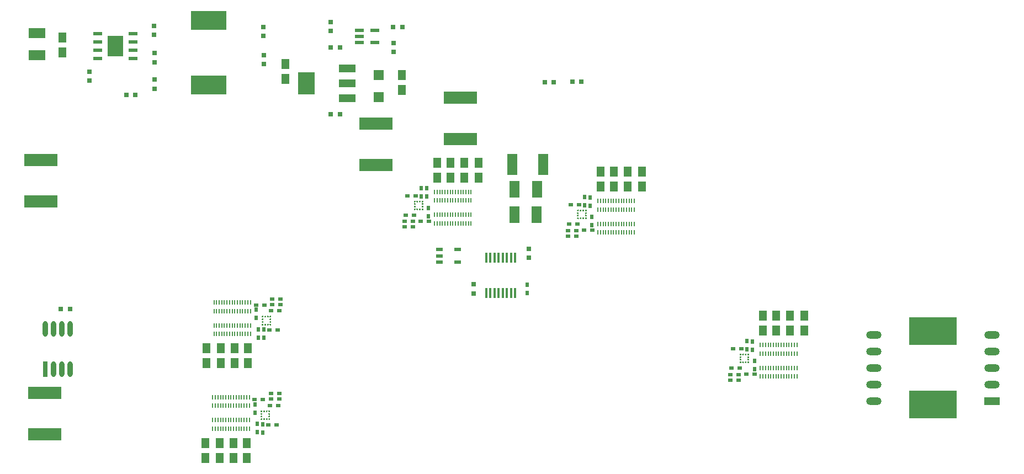
<source format=gtp>
G04 Layer_Color=8421504*
%FSLAX25Y25*%
%MOIN*%
G70*
G01*
G75*
%ADD10R,0.03000X0.03000*%
%ADD11R,0.03000X0.03000*%
%ADD12O,0.09252X0.04724*%
%ADD13R,0.09252X0.04724*%
%ADD14R,0.28504X0.16732*%
%ADD15R,0.02500X0.02000*%
%ADD16R,0.05000X0.06000*%
%ADD19R,0.02000X0.02500*%
%ADD21R,0.10000X0.06000*%
%ADD22R,0.06000X0.10000*%
%ADD23O,0.01614X0.06299*%
%ADD24R,0.01614X0.06299*%
%ADD25R,0.05800X0.02200*%
%ADD26R,0.03937X0.02362*%
%ADD27R,0.09842X0.13780*%
%ADD28R,0.09842X0.05118*%
%ADD30R,0.05709X0.02362*%
%ADD31R,0.21260X0.11417*%
%ADD32R,0.06000X0.06000*%
%ADD33R,0.20000X0.07500*%
%ADD34R,0.03150X0.09449*%
%ADD35O,0.03150X0.09449*%
%ADD36O,0.03150X0.09449*%
%ADD37R,0.06000X0.12500*%
%ADD84C,0.00197*%
G04:AMPARAMS|DCode=85|XSize=7.72mil|YSize=28.35mil|CornerRadius=1.2mil|HoleSize=0mil|Usage=FLASHONLY|Rotation=0.000|XOffset=0mil|YOffset=0mil|HoleType=Round|Shape=RoundedRectangle|*
%AMROUNDEDRECTD85*
21,1,0.00772,0.02594,0,0,0.0*
21,1,0.00532,0.02835,0,0,0.0*
1,1,0.00240,0.00266,-0.01297*
1,1,0.00240,-0.00266,-0.01297*
1,1,0.00240,-0.00266,0.01297*
1,1,0.00240,0.00266,0.01297*
%
%ADD85ROUNDEDRECTD85*%
G04:AMPARAMS|DCode=86|XSize=7.72mil|YSize=28.4mil|CornerRadius=1.2mil|HoleSize=0mil|Usage=FLASHONLY|Rotation=0.000|XOffset=0mil|YOffset=0mil|HoleType=Round|Shape=RoundedRectangle|*
%AMROUNDEDRECTD86*
21,1,0.00772,0.02600,0,0,0.0*
21,1,0.00532,0.02840,0,0,0.0*
1,1,0.00240,0.00266,-0.01300*
1,1,0.00240,-0.00266,-0.01300*
1,1,0.00240,-0.00266,0.01300*
1,1,0.00240,0.00266,0.01300*
%
%ADD86ROUNDEDRECTD86*%
%ADD87C,0.00100*%
G36*
X464333Y70383D02*
X464530D01*
Y69792D01*
X464333D01*
Y69792D01*
Y69595D01*
X463742D01*
Y69792D01*
X463742D01*
Y69792D01*
X463546D01*
Y70383D01*
X463742D01*
Y70579D01*
X464333D01*
Y70383D01*
D02*
G37*
G36*
X467483Y71957D02*
X467680D01*
Y71367D01*
X467483D01*
Y71367D01*
Y71170D01*
X466892D01*
Y71367D01*
X466892D01*
Y71367D01*
X466695D01*
Y71957D01*
X466892D01*
Y72154D01*
X467483D01*
Y71957D01*
D02*
G37*
G36*
X469057D02*
X469254D01*
Y71367D01*
X469057D01*
Y71367D01*
Y71170D01*
X468467D01*
Y71367D01*
X468467D01*
Y71367D01*
X468270D01*
Y71957D01*
X468467D01*
Y72154D01*
X469057D01*
Y71957D01*
D02*
G37*
G36*
Y70383D02*
X469254D01*
Y69792D01*
X469057D01*
Y69792D01*
Y69595D01*
X468467D01*
Y69792D01*
X468467D01*
Y69792D01*
X468270D01*
Y70383D01*
X468467D01*
Y70579D01*
X469057D01*
Y70383D01*
D02*
G37*
G36*
X465908Y67233D02*
X466105D01*
Y66642D01*
X465908D01*
Y66642D01*
Y66446D01*
X465317D01*
Y66642D01*
X465317D01*
Y66642D01*
X465120D01*
Y67233D01*
X465317D01*
Y67430D01*
X465908D01*
Y67233D01*
D02*
G37*
G36*
X469057Y68808D02*
X469254D01*
Y68217D01*
X469057D01*
Y68217D01*
Y68020D01*
X468467D01*
Y68217D01*
X468467D01*
Y68217D01*
X468270D01*
Y68808D01*
X468467D01*
Y69005D01*
X469057D01*
Y68808D01*
D02*
G37*
G36*
X464333Y68808D02*
X464530D01*
Y68217D01*
X464333D01*
Y68217D01*
Y68020D01*
X463742D01*
Y68217D01*
X463742D01*
Y68217D01*
X463546D01*
Y68808D01*
X463742D01*
Y69005D01*
X464333D01*
Y68808D01*
D02*
G37*
G36*
Y71957D02*
X464530D01*
Y71367D01*
X464333D01*
Y71367D01*
Y71170D01*
X463742D01*
Y71367D01*
X463742D01*
Y71367D01*
X463546D01*
Y71957D01*
X463742D01*
Y72154D01*
X464333D01*
Y71957D01*
D02*
G37*
G36*
X177400Y90058D02*
X177400D01*
Y90058D01*
X177597D01*
Y89467D01*
X177400D01*
Y89271D01*
X176810D01*
Y89467D01*
X176613D01*
Y90058D01*
X176810D01*
Y90255D01*
X177400D01*
Y90058D01*
D02*
G37*
G36*
X180550Y91633D02*
X180550D01*
Y91633D01*
X180747D01*
Y91042D01*
X180550D01*
Y90845D01*
X179959D01*
Y91042D01*
X179762D01*
Y91633D01*
X179959D01*
Y91830D01*
X180550D01*
Y91633D01*
D02*
G37*
G36*
X175825Y91633D02*
X175825D01*
Y91633D01*
X176022D01*
Y91042D01*
X175825D01*
Y90845D01*
X175235D01*
Y91042D01*
X175038D01*
Y91633D01*
X175235D01*
Y91830D01*
X175825D01*
Y91633D01*
D02*
G37*
G36*
Y90058D02*
X175825D01*
Y90058D01*
X176022D01*
Y89467D01*
X175825D01*
Y89271D01*
X175235D01*
Y89467D01*
X175038D01*
Y90058D01*
X175235D01*
Y90255D01*
X175825D01*
Y90058D01*
D02*
G37*
G36*
X465908Y71957D02*
X466105D01*
Y71367D01*
X465908D01*
Y71367D01*
Y71170D01*
X465317D01*
Y71367D01*
X465317D01*
Y71367D01*
X465120D01*
Y71957D01*
X465317D01*
Y72154D01*
X465908D01*
Y71957D01*
D02*
G37*
G36*
X178975Y90058D02*
X178975D01*
Y90058D01*
X179172D01*
Y89467D01*
X178975D01*
Y89271D01*
X178384D01*
Y89467D01*
X178188D01*
Y90058D01*
X178384D01*
Y90255D01*
X178975D01*
Y90058D01*
D02*
G37*
G36*
X180550D02*
X180550D01*
Y90058D01*
X180747D01*
Y89467D01*
X180550D01*
Y89271D01*
X179959D01*
Y89467D01*
X179762D01*
Y90058D01*
X179959D01*
Y90255D01*
X180550D01*
Y90058D01*
D02*
G37*
G36*
X179850Y34508D02*
X179850D01*
Y34508D01*
X180047D01*
Y33917D01*
X179850D01*
Y33720D01*
X179259D01*
Y33917D01*
X179062D01*
Y34508D01*
X179259D01*
Y34705D01*
X179850D01*
Y34508D01*
D02*
G37*
G36*
X175125Y34508D02*
X175125D01*
Y34508D01*
X175322D01*
Y33917D01*
X175125D01*
Y33720D01*
X174535D01*
Y33917D01*
X174338D01*
Y34508D01*
X174535D01*
Y34705D01*
X175125D01*
Y34508D01*
D02*
G37*
G36*
X179850Y36083D02*
X179850D01*
Y36083D01*
X180047D01*
Y35492D01*
X179850D01*
Y35295D01*
X179259D01*
Y35492D01*
X179062D01*
Y36083D01*
X179259D01*
Y36279D01*
X179850D01*
Y36083D01*
D02*
G37*
G36*
X176700Y32933D02*
X176700D01*
Y32933D01*
X176897D01*
Y32342D01*
X176700D01*
Y32146D01*
X176110D01*
Y32342D01*
X175913D01*
Y32933D01*
X176110D01*
Y33130D01*
X176700D01*
Y32933D01*
D02*
G37*
G36*
X178275Y32933D02*
X178275D01*
Y32933D01*
X178472D01*
Y32342D01*
X178275D01*
Y32146D01*
X177684D01*
Y32342D01*
X177488D01*
Y32933D01*
X177684D01*
Y33130D01*
X178275D01*
Y32933D01*
D02*
G37*
G36*
X179850D02*
X179850D01*
Y32933D01*
X180047D01*
Y32342D01*
X179850D01*
Y32146D01*
X179259D01*
Y32342D01*
X179062D01*
Y32933D01*
X179259D01*
Y33130D01*
X179850D01*
Y32933D01*
D02*
G37*
G36*
X175125Y32933D02*
X175125D01*
Y32933D01*
X175322D01*
Y32342D01*
X175125D01*
Y32146D01*
X174535D01*
Y32342D01*
X174338D01*
Y32933D01*
X174535D01*
Y33130D01*
X175125D01*
Y32933D01*
D02*
G37*
G36*
Y36083D02*
X175125D01*
Y36083D01*
X175322D01*
Y35492D01*
X175125D01*
Y35295D01*
X174535D01*
Y35492D01*
X174338D01*
Y36083D01*
X174535D01*
Y36280D01*
X175125D01*
Y36083D01*
D02*
G37*
G36*
X467483Y67233D02*
X467680D01*
Y66642D01*
X467483D01*
Y66642D01*
Y66446D01*
X466892D01*
Y66642D01*
X466892D01*
Y66642D01*
X466695D01*
Y67233D01*
X466892D01*
Y67430D01*
X467483D01*
Y67233D01*
D02*
G37*
G36*
X469057D02*
X469254D01*
Y66642D01*
X469057D01*
Y66642D01*
Y66446D01*
X468467D01*
Y66642D01*
X468467D01*
Y66642D01*
X468270D01*
Y67233D01*
X468467D01*
Y67430D01*
X469057D01*
Y67233D01*
D02*
G37*
G36*
X464333Y67233D02*
X464530D01*
Y66642D01*
X464333D01*
Y66642D01*
Y66446D01*
X463742D01*
Y66642D01*
X463742D01*
Y66642D01*
X463546D01*
Y67233D01*
X463742D01*
Y67430D01*
X464333D01*
Y67233D01*
D02*
G37*
G36*
X176700Y37657D02*
X176700D01*
Y37657D01*
X176897D01*
Y37067D01*
X176700D01*
Y36870D01*
X176110D01*
Y37067D01*
X175913D01*
Y37657D01*
X176110D01*
Y37854D01*
X176700D01*
Y37657D01*
D02*
G37*
G36*
X178275Y37657D02*
X178275D01*
Y37657D01*
X178472D01*
Y37067D01*
X178275D01*
Y36870D01*
X177684D01*
Y37067D01*
X177488D01*
Y37657D01*
X177684D01*
Y37854D01*
X178275D01*
Y37657D01*
D02*
G37*
G36*
X179850D02*
X179850D01*
Y37657D01*
X180047D01*
Y37067D01*
X179850D01*
Y36870D01*
X179259D01*
Y37067D01*
X179062D01*
Y37657D01*
X179259D01*
Y37854D01*
X179850D01*
Y37657D01*
D02*
G37*
G36*
X175125Y37657D02*
X175125D01*
Y37657D01*
X175322D01*
Y37067D01*
X175125D01*
Y36870D01*
X174535D01*
Y37067D01*
X174338D01*
Y37657D01*
X174535D01*
Y37854D01*
X175125D01*
Y37657D01*
D02*
G37*
G36*
X180550Y93208D02*
X180550D01*
Y93208D01*
X180747D01*
Y92617D01*
X180550D01*
Y92420D01*
X179959D01*
Y92617D01*
X179762D01*
Y93208D01*
X179959D01*
Y93404D01*
X180550D01*
Y93208D01*
D02*
G37*
G36*
X267633Y159683D02*
X267830D01*
Y159092D01*
X267633D01*
Y159092D01*
Y158896D01*
X267042D01*
Y159092D01*
X267042D01*
Y159092D01*
X266846D01*
Y159683D01*
X267042D01*
Y159880D01*
X267633D01*
Y159683D01*
D02*
G37*
G36*
X269208D02*
X269405D01*
Y159092D01*
X269208D01*
Y159092D01*
Y158896D01*
X268617D01*
Y159092D01*
X268617D01*
Y159092D01*
X268420D01*
Y159683D01*
X268617D01*
Y159880D01*
X269208D01*
Y159683D01*
D02*
G37*
G36*
X272358Y161258D02*
X272554D01*
Y160667D01*
X272358D01*
Y160667D01*
Y160470D01*
X271767D01*
Y160667D01*
X271767D01*
Y160667D01*
X271570D01*
Y161258D01*
X271767D01*
Y161455D01*
X272358D01*
Y161258D01*
D02*
G37*
G36*
Y159683D02*
X272554D01*
Y159092D01*
X272358D01*
Y159092D01*
Y158896D01*
X271767D01*
Y159092D01*
X271767D01*
Y159092D01*
X271570D01*
Y159683D01*
X271767D01*
Y159880D01*
X272358D01*
Y159683D01*
D02*
G37*
G36*
X366233Y158958D02*
X366430D01*
Y158367D01*
X366233D01*
Y158367D01*
Y158170D01*
X365642D01*
Y158367D01*
X365642D01*
Y158367D01*
X365446D01*
Y158958D01*
X365642D01*
Y159154D01*
X366233D01*
Y158958D01*
D02*
G37*
G36*
X367808D02*
X368005D01*
Y158367D01*
X367808D01*
Y158367D01*
Y158170D01*
X367217D01*
Y158367D01*
X367217D01*
Y158367D01*
X367020D01*
Y158958D01*
X367217D01*
Y159154D01*
X367808D01*
Y158958D01*
D02*
G37*
G36*
X270783Y159683D02*
X270979D01*
Y159092D01*
X270783D01*
Y159092D01*
Y158896D01*
X270192D01*
Y159092D01*
X270192D01*
Y159092D01*
X269995D01*
Y159683D01*
X270192D01*
Y159880D01*
X270783D01*
Y159683D01*
D02*
G37*
G36*
X267633Y161258D02*
X267830D01*
Y160667D01*
X267633D01*
Y160667D01*
Y160470D01*
X267042D01*
Y160667D01*
X267042D01*
Y160667D01*
X266846D01*
Y161258D01*
X267042D01*
Y161455D01*
X267633D01*
Y161258D01*
D02*
G37*
G36*
Y164408D02*
X267830D01*
Y163817D01*
X267633D01*
Y163817D01*
Y163620D01*
X267042D01*
Y163817D01*
X267042D01*
Y163817D01*
X266846D01*
Y164408D01*
X267042D01*
Y164604D01*
X267633D01*
Y164408D01*
D02*
G37*
G36*
X269208D02*
X269405D01*
Y163817D01*
X269208D01*
Y163817D01*
Y163620D01*
X268617D01*
Y163817D01*
X268617D01*
Y163817D01*
X268420D01*
Y164408D01*
X268617D01*
Y164604D01*
X269208D01*
Y164408D01*
D02*
G37*
G36*
X91186Y264140D02*
X91221Y264129D01*
X91254Y264111D01*
X91282Y264088D01*
X91306Y264059D01*
X91323Y264027D01*
X91334Y263991D01*
X91338Y263954D01*
Y252128D01*
X91334Y252091D01*
X91323Y252055D01*
X91306Y252023D01*
X91282Y251994D01*
X91254Y251970D01*
X91221Y251953D01*
X91186Y251942D01*
X91149Y251939D01*
X82078D01*
X82041Y251942D01*
X82006Y251953D01*
X81973Y251970D01*
X81944Y251994D01*
X81921Y252023D01*
X81903Y252055D01*
X81893Y252091D01*
X81889Y252128D01*
Y263954D01*
X81893Y263991D01*
X81903Y264027D01*
X81921Y264059D01*
X81944Y264088D01*
X81973Y264111D01*
X82006Y264129D01*
X82041Y264140D01*
X82078Y264143D01*
X91149D01*
X91186Y264140D01*
D02*
G37*
G36*
X272358Y164408D02*
X272554D01*
Y163817D01*
X272358D01*
Y163817D01*
Y163620D01*
X271767D01*
Y163817D01*
X271767D01*
Y163817D01*
X271570D01*
Y164408D01*
X271767D01*
Y164604D01*
X272358D01*
Y164408D01*
D02*
G37*
G36*
Y162833D02*
X272554D01*
Y162242D01*
X272358D01*
Y162242D01*
Y162045D01*
X271767D01*
Y162242D01*
X271767D01*
Y162242D01*
X271570D01*
Y162833D01*
X271767D01*
Y163030D01*
X272358D01*
Y162833D01*
D02*
G37*
G36*
X267633Y162833D02*
X267830D01*
Y162242D01*
X267633D01*
Y162242D01*
Y162045D01*
X267042D01*
Y162242D01*
X267042D01*
Y162242D01*
X266846D01*
Y162833D01*
X267042D01*
Y163030D01*
X267633D01*
Y162833D01*
D02*
G37*
G36*
X270783Y164408D02*
X270979D01*
Y163817D01*
X270783D01*
Y163817D01*
Y163620D01*
X270192D01*
Y163817D01*
X270192D01*
Y163817D01*
X269995D01*
Y164408D01*
X270192D01*
Y164604D01*
X270783D01*
Y164408D01*
D02*
G37*
G36*
X177400Y94782D02*
X177400D01*
Y94782D01*
X177597D01*
Y94192D01*
X177400D01*
Y93995D01*
X176810D01*
Y94192D01*
X176613D01*
Y94782D01*
X176810D01*
Y94979D01*
X177400D01*
Y94782D01*
D02*
G37*
G36*
X369383Y154233D02*
X369580D01*
Y153642D01*
X369383D01*
Y153642D01*
Y153446D01*
X368792D01*
Y153642D01*
X368792D01*
Y153642D01*
X368595D01*
Y154233D01*
X368792D01*
Y154430D01*
X369383D01*
Y154233D01*
D02*
G37*
G36*
X370957D02*
X371154D01*
Y153642D01*
X370957D01*
Y153642D01*
Y153446D01*
X370367D01*
Y153642D01*
X370367D01*
Y153642D01*
X370170D01*
Y154233D01*
X370367D01*
Y154430D01*
X370957D01*
Y154233D01*
D02*
G37*
G36*
X175825Y94782D02*
X175825D01*
Y94782D01*
X176022D01*
Y94192D01*
X175825D01*
Y93995D01*
X175235D01*
Y94192D01*
X175038D01*
Y94782D01*
X175235D01*
Y94979D01*
X175825D01*
Y94782D01*
D02*
G37*
G36*
Y93208D02*
X175825D01*
Y93208D01*
X176022D01*
Y92617D01*
X175825D01*
Y92420D01*
X175235D01*
Y92617D01*
X175038D01*
Y93208D01*
X175235D01*
Y93404D01*
X175825D01*
Y93208D01*
D02*
G37*
G36*
X178975Y94782D02*
X178975D01*
Y94782D01*
X179172D01*
Y94192D01*
X178975D01*
Y93995D01*
X178384D01*
Y94192D01*
X178188D01*
Y94782D01*
X178384D01*
Y94979D01*
X178975D01*
Y94782D01*
D02*
G37*
G36*
X180550D02*
X180550D01*
Y94782D01*
X180747D01*
Y94192D01*
X180550D01*
Y93995D01*
X179959D01*
Y94192D01*
X179762D01*
Y94782D01*
X179959D01*
Y94979D01*
X180550D01*
Y94782D01*
D02*
G37*
G36*
X366233Y154233D02*
X366430D01*
Y153642D01*
X366233D01*
Y153642D01*
Y153446D01*
X365642D01*
Y153642D01*
X365642D01*
Y153642D01*
X365446D01*
Y154233D01*
X365642D01*
Y154430D01*
X366233D01*
Y154233D01*
D02*
G37*
G36*
Y157383D02*
X366430D01*
Y156792D01*
X366233D01*
Y156792D01*
Y156595D01*
X365642D01*
Y156792D01*
X365642D01*
Y156792D01*
X365446D01*
Y157383D01*
X365642D01*
Y157580D01*
X366233D01*
Y157383D01*
D02*
G37*
G36*
X369383Y158958D02*
X369580D01*
Y158367D01*
X369383D01*
Y158367D01*
Y158170D01*
X368792D01*
Y158367D01*
X368792D01*
Y158367D01*
X368595D01*
Y158958D01*
X368792D01*
Y159154D01*
X369383D01*
Y158958D01*
D02*
G37*
G36*
X370957D02*
X371154D01*
Y158367D01*
X370957D01*
Y158367D01*
Y158170D01*
X370367D01*
Y158367D01*
X370367D01*
Y158367D01*
X370170D01*
Y158958D01*
X370367D01*
Y159154D01*
X370957D01*
Y158958D01*
D02*
G37*
G36*
Y157383D02*
X371154D01*
Y156792D01*
X370957D01*
Y156792D01*
Y156595D01*
X370367D01*
Y156792D01*
X370367D01*
Y156792D01*
X370170D01*
Y157383D01*
X370367D01*
Y157580D01*
X370957D01*
Y157383D01*
D02*
G37*
G36*
X367808Y154233D02*
X368005D01*
Y153642D01*
X367808D01*
Y153642D01*
Y153446D01*
X367217D01*
Y153642D01*
X367217D01*
Y153642D01*
X367020D01*
Y154233D01*
X367217D01*
Y154430D01*
X367808D01*
Y154233D01*
D02*
G37*
G36*
X370957Y155808D02*
X371154D01*
Y155217D01*
X370957D01*
Y155217D01*
Y155020D01*
X370367D01*
Y155217D01*
X370367D01*
Y155217D01*
X370170D01*
Y155808D01*
X370367D01*
Y156005D01*
X370957D01*
Y155808D01*
D02*
G37*
G36*
X366233Y155808D02*
X366430D01*
Y155217D01*
X366233D01*
Y155217D01*
Y155020D01*
X365642D01*
Y155217D01*
X365642D01*
Y155217D01*
X365446D01*
Y155808D01*
X365642D01*
Y156005D01*
X366233D01*
Y155808D01*
D02*
G37*
D10*
X336200Y130100D02*
D03*
Y135600D02*
D03*
X71048Y242600D02*
D03*
Y237100D02*
D03*
X216500Y272500D02*
D03*
Y267000D02*
D03*
X110148Y237700D02*
D03*
Y232200D02*
D03*
Y253700D02*
D03*
Y248200D02*
D03*
X176048Y264100D02*
D03*
Y269600D02*
D03*
X254500Y259900D02*
D03*
Y254400D02*
D03*
X176148Y247000D02*
D03*
Y252500D02*
D03*
X109848Y270200D02*
D03*
Y264700D02*
D03*
X302900Y108500D02*
D03*
Y114000D02*
D03*
D11*
X362600Y236400D02*
D03*
X368100D02*
D03*
X345900Y236300D02*
D03*
X351400D02*
D03*
X259900Y269500D02*
D03*
X254400D02*
D03*
X222200Y257100D02*
D03*
X216700D02*
D03*
X216800Y216900D02*
D03*
X222300D02*
D03*
X53800Y99200D02*
D03*
X59300D02*
D03*
X93200Y228400D02*
D03*
X98700D02*
D03*
D12*
X544799Y83600D02*
D03*
Y73600D02*
D03*
Y63600D02*
D03*
Y53600D02*
D03*
Y43600D02*
D03*
X616000Y83600D02*
D03*
Y73600D02*
D03*
Y63600D02*
D03*
Y53600D02*
D03*
D13*
Y43600D02*
D03*
D14*
X580400Y41474D02*
D03*
Y85726D02*
D03*
D15*
X365600Y150400D02*
D03*
X360600D02*
D03*
X361500Y162000D02*
D03*
X366500D02*
D03*
X359900Y146600D02*
D03*
X364900D02*
D03*
X360000Y143300D02*
D03*
X365000D02*
D03*
X374700Y146800D02*
D03*
X369700D02*
D03*
X463700Y63400D02*
D03*
X458700D02*
D03*
X180592Y98025D02*
D03*
X185592D02*
D03*
X179892Y40900D02*
D03*
X184892D02*
D03*
X267000Y155850D02*
D03*
X262000D02*
D03*
X459600Y75000D02*
D03*
X464600D02*
D03*
X184692Y86425D02*
D03*
X179692D02*
D03*
X183992Y29300D02*
D03*
X178992D02*
D03*
X262900Y167450D02*
D03*
X267900D02*
D03*
X463000Y59600D02*
D03*
X458000D02*
D03*
X186292Y101825D02*
D03*
X181292D02*
D03*
X180592Y44700D02*
D03*
X185592D02*
D03*
X266300Y152050D02*
D03*
X261300D02*
D03*
X463100Y56300D02*
D03*
X458100D02*
D03*
X186192Y105125D02*
D03*
X181192D02*
D03*
X180492Y48000D02*
D03*
X185492D02*
D03*
X266400Y148750D02*
D03*
X261400D02*
D03*
X467800Y59800D02*
D03*
X472800D02*
D03*
X171492Y101625D02*
D03*
X176492D02*
D03*
X175792Y44500D02*
D03*
X170792D02*
D03*
X271100Y152250D02*
D03*
X276100D02*
D03*
D16*
X404600Y173000D02*
D03*
Y182000D02*
D03*
X395900Y173000D02*
D03*
Y182000D02*
D03*
X387600Y173000D02*
D03*
Y182000D02*
D03*
X379500Y173000D02*
D03*
Y182000D02*
D03*
X502700Y86000D02*
D03*
Y95000D02*
D03*
X141592Y75425D02*
D03*
Y66425D02*
D03*
X140892Y18300D02*
D03*
Y9300D02*
D03*
X306000Y178450D02*
D03*
Y187450D02*
D03*
X494000Y86000D02*
D03*
Y95000D02*
D03*
X150292Y75425D02*
D03*
Y66425D02*
D03*
X149592Y18300D02*
D03*
Y9300D02*
D03*
X297300Y178450D02*
D03*
Y187450D02*
D03*
X485700Y86000D02*
D03*
Y95000D02*
D03*
X158592Y75425D02*
D03*
Y66425D02*
D03*
X157892Y18300D02*
D03*
Y9300D02*
D03*
X289000Y178450D02*
D03*
Y187450D02*
D03*
X477600Y86000D02*
D03*
Y95000D02*
D03*
X166692Y75425D02*
D03*
Y66425D02*
D03*
X165992Y18300D02*
D03*
Y9300D02*
D03*
X280900Y178450D02*
D03*
Y187450D02*
D03*
X54500Y263300D02*
D03*
Y254300D02*
D03*
X259700Y240600D02*
D03*
Y231600D02*
D03*
X189400Y247000D02*
D03*
Y238000D02*
D03*
D19*
X369900Y161700D02*
D03*
Y166700D02*
D03*
X373300Y166600D02*
D03*
Y161600D02*
D03*
X374400Y149700D02*
D03*
Y154700D02*
D03*
X468000Y74700D02*
D03*
Y79700D02*
D03*
X176292Y86725D02*
D03*
Y81725D02*
D03*
X175592Y29600D02*
D03*
Y24600D02*
D03*
X271300Y167150D02*
D03*
Y172150D02*
D03*
X471400Y74600D02*
D03*
Y79600D02*
D03*
X172892Y81825D02*
D03*
Y86825D02*
D03*
X172192Y29700D02*
D03*
Y24700D02*
D03*
X274700Y167050D02*
D03*
Y172050D02*
D03*
X472500Y67700D02*
D03*
Y62700D02*
D03*
X171792Y98725D02*
D03*
Y93725D02*
D03*
X171092Y36600D02*
D03*
Y41600D02*
D03*
X275800Y160150D02*
D03*
Y155150D02*
D03*
X335300Y108900D02*
D03*
Y113900D02*
D03*
D21*
X39200Y252400D02*
D03*
Y265900D02*
D03*
D22*
X327500Y156299D02*
D03*
X341000D02*
D03*
X341200Y171500D02*
D03*
X327700D02*
D03*
D23*
X310550Y108870D02*
D03*
X313050D02*
D03*
X315550D02*
D03*
X318050D02*
D03*
X320550D02*
D03*
X323050D02*
D03*
X325550D02*
D03*
X328050D02*
D03*
X310550Y130130D02*
D03*
X313050D02*
D03*
X315550D02*
D03*
X318050D02*
D03*
X320550D02*
D03*
X323050D02*
D03*
X325550D02*
D03*
D24*
X328050D02*
D03*
D25*
X243300Y267640D02*
D03*
Y260160D02*
D03*
X233900D02*
D03*
Y263900D02*
D03*
Y267640D02*
D03*
D26*
X282376Y134980D02*
D03*
Y131240D02*
D03*
Y127500D02*
D03*
X293400Y134980D02*
D03*
Y127500D02*
D03*
D27*
X201900Y235400D02*
D03*
D28*
X226703D02*
D03*
Y244400D02*
D03*
Y226400D02*
D03*
D30*
X97342Y265541D02*
D03*
Y260541D02*
D03*
Y255541D02*
D03*
Y250541D02*
D03*
X75885D02*
D03*
Y255541D02*
D03*
Y260541D02*
D03*
Y265541D02*
D03*
D31*
X142848Y273488D02*
D03*
Y234512D02*
D03*
D32*
X245800Y240500D02*
D03*
Y227000D02*
D03*
D33*
X41700Y189300D02*
D03*
Y164300D02*
D03*
X44000Y48500D02*
D03*
Y23500D02*
D03*
X294900Y201900D02*
D03*
Y226900D02*
D03*
X243900Y186100D02*
D03*
Y211100D02*
D03*
D34*
X44300Y62895D02*
D03*
D35*
X59300D02*
D03*
X54300D02*
D03*
X49300D02*
D03*
X54300Y87305D02*
D03*
X44300Y87305D02*
D03*
D36*
X59300D02*
D03*
X49300D02*
D03*
D37*
X344950Y186600D02*
D03*
X326450D02*
D03*
D84*
X370465Y156792D02*
G03*
X370465Y156792I-98J0D01*
G01*
X371056Y157383D02*
G03*
X371056Y157383I-98J0D01*
G01*
Y156792D02*
G03*
X371056Y156792I-98J0D01*
G01*
X370465Y157383D02*
G03*
X370465Y157383I-98J0D01*
G01*
Y155217D02*
G03*
X370465Y155217I-98J0D01*
G01*
X371056Y155808D02*
G03*
X371056Y155808I-98J0D01*
G01*
Y155217D02*
G03*
X371056Y155217I-98J0D01*
G01*
X370465Y155808D02*
G03*
X370465Y155808I-98J0D01*
G01*
Y153642D02*
G03*
X370465Y153642I-98J0D01*
G01*
X371056Y154233D02*
G03*
X371056Y154233I-98J0D01*
G01*
Y153642D02*
G03*
X371056Y153642I-98J0D01*
G01*
X370465Y154233D02*
G03*
X370465Y154233I-98J0D01*
G01*
X368891D02*
G03*
X368891Y154233I-98J0D01*
G01*
X369481Y153642D02*
G03*
X369481Y153642I-98J0D01*
G01*
Y154233D02*
G03*
X369481Y154233I-98J0D01*
G01*
X368891Y153642D02*
G03*
X368891Y153642I-98J0D01*
G01*
Y158367D02*
G03*
X368891Y158367I-98J0D01*
G01*
X369481Y158958D02*
G03*
X369481Y158958I-98J0D01*
G01*
Y158367D02*
G03*
X369481Y158367I-98J0D01*
G01*
X368891Y158958D02*
G03*
X368891Y158958I-98J0D01*
G01*
X370465D02*
G03*
X370465Y158958I-98J0D01*
G01*
X371056Y158367D02*
G03*
X371056Y158367I-98J0D01*
G01*
Y158958D02*
G03*
X371056Y158958I-98J0D01*
G01*
X370465Y158367D02*
G03*
X370465Y158367I-98J0D01*
G01*
X367316Y158367D02*
G03*
X367316Y158367I-98J0D01*
G01*
X367906Y158958D02*
G03*
X367906Y158958I-98J0D01*
G01*
Y158367D02*
G03*
X367906Y158367I-98J0D01*
G01*
X367316Y158958D02*
G03*
X367316Y158958I-98J0D01*
G01*
X365741D02*
G03*
X365741Y158958I-98J0D01*
G01*
X366332Y158367D02*
G03*
X366332Y158367I-98J0D01*
G01*
Y158958D02*
G03*
X366332Y158958I-98J0D01*
G01*
X365741Y158367D02*
G03*
X365741Y158367I-98J0D01*
G01*
Y153642D02*
G03*
X365741Y153642I-98J0D01*
G01*
X366332Y154233D02*
G03*
X366332Y154233I-98J0D01*
G01*
Y153642D02*
G03*
X366332Y153642I-98J0D01*
G01*
X365741Y154233D02*
G03*
X365741Y154233I-98J0D01*
G01*
X367316D02*
G03*
X367316Y154233I-98J0D01*
G01*
X367906Y153642D02*
G03*
X367906Y153642I-98J0D01*
G01*
Y154233D02*
G03*
X367906Y154233I-98J0D01*
G01*
X367316Y153642D02*
G03*
X367316Y153642I-98J0D01*
G01*
X365741Y155217D02*
G03*
X365741Y155217I-98J0D01*
G01*
X366332Y155808D02*
G03*
X366332Y155808I-98J0D01*
G01*
Y155217D02*
G03*
X366332Y155217I-98J0D01*
G01*
X365741Y155808D02*
G03*
X365741Y155808I-98J0D01*
G01*
Y156792D02*
G03*
X365741Y156792I-98J0D01*
G01*
X366332Y157383D02*
G03*
X366332Y157383I-98J0D01*
G01*
Y156792D02*
G03*
X366332Y156792I-98J0D01*
G01*
X365741Y157383D02*
G03*
X365741Y157383I-98J0D01*
G01*
X468565Y69792D02*
G03*
X468565Y69792I-98J0D01*
G01*
X469156Y70383D02*
G03*
X469156Y70383I-98J0D01*
G01*
Y69792D02*
G03*
X469156Y69792I-98J0D01*
G01*
X468565Y70383D02*
G03*
X468565Y70383I-98J0D01*
G01*
Y68217D02*
G03*
X468565Y68217I-98J0D01*
G01*
X469156Y68808D02*
G03*
X469156Y68808I-98J0D01*
G01*
Y68217D02*
G03*
X469156Y68217I-98J0D01*
G01*
X468565Y68808D02*
G03*
X468565Y68808I-98J0D01*
G01*
Y66642D02*
G03*
X468565Y66642I-98J0D01*
G01*
X469156Y67233D02*
G03*
X469156Y67233I-98J0D01*
G01*
Y66642D02*
G03*
X469156Y66642I-98J0D01*
G01*
X468565Y67233D02*
G03*
X468565Y67233I-98J0D01*
G01*
X466991D02*
G03*
X466991Y67233I-98J0D01*
G01*
X467581Y66642D02*
G03*
X467581Y66642I-98J0D01*
G01*
Y67233D02*
G03*
X467581Y67233I-98J0D01*
G01*
X466991Y66642D02*
G03*
X466991Y66642I-98J0D01*
G01*
Y71367D02*
G03*
X466991Y71367I-98J0D01*
G01*
X467581Y71957D02*
G03*
X467581Y71957I-98J0D01*
G01*
Y71367D02*
G03*
X467581Y71367I-98J0D01*
G01*
X466991Y71957D02*
G03*
X466991Y71957I-98J0D01*
G01*
X468565D02*
G03*
X468565Y71957I-98J0D01*
G01*
X469156Y71367D02*
G03*
X469156Y71367I-98J0D01*
G01*
Y71957D02*
G03*
X469156Y71957I-98J0D01*
G01*
X468565Y71367D02*
G03*
X468565Y71367I-98J0D01*
G01*
X465416Y71367D02*
G03*
X465416Y71367I-98J0D01*
G01*
X466006Y71957D02*
G03*
X466006Y71957I-98J0D01*
G01*
Y71367D02*
G03*
X466006Y71367I-98J0D01*
G01*
X465416Y71957D02*
G03*
X465416Y71957I-98J0D01*
G01*
X463841D02*
G03*
X463841Y71957I-98J0D01*
G01*
X464431Y71367D02*
G03*
X464431Y71367I-98J0D01*
G01*
Y71957D02*
G03*
X464431Y71957I-98J0D01*
G01*
X463841Y71367D02*
G03*
X463841Y71367I-98J0D01*
G01*
Y66642D02*
G03*
X463841Y66642I-98J0D01*
G01*
X464431Y67233D02*
G03*
X464431Y67233I-98J0D01*
G01*
Y66642D02*
G03*
X464431Y66642I-98J0D01*
G01*
X463841Y67233D02*
G03*
X463841Y67233I-98J0D01*
G01*
X465416D02*
G03*
X465416Y67233I-98J0D01*
G01*
X466006Y66642D02*
G03*
X466006Y66642I-98J0D01*
G01*
Y67233D02*
G03*
X466006Y67233I-98J0D01*
G01*
X465416Y66642D02*
G03*
X465416Y66642I-98J0D01*
G01*
X463841Y68217D02*
G03*
X463841Y68217I-98J0D01*
G01*
X464431Y68808D02*
G03*
X464431Y68808I-98J0D01*
G01*
Y68217D02*
G03*
X464431Y68217I-98J0D01*
G01*
X463841Y68808D02*
G03*
X463841Y68808I-98J0D01*
G01*
Y69792D02*
G03*
X463841Y69792I-98J0D01*
G01*
X464431Y70383D02*
G03*
X464431Y70383I-98J0D01*
G01*
Y69792D02*
G03*
X464431Y69792I-98J0D01*
G01*
X463841Y70383D02*
G03*
X463841Y70383I-98J0D01*
G01*
X175924Y91633D02*
G03*
X175924Y91633I-98J0D01*
G01*
X175333Y91042D02*
G03*
X175333Y91042I-98J0D01*
G01*
Y91633D02*
G03*
X175333Y91633I-98J0D01*
G01*
X175924Y91042D02*
G03*
X175924Y91042I-98J0D01*
G01*
Y93208D02*
G03*
X175924Y93208I-98J0D01*
G01*
X175333Y92617D02*
G03*
X175333Y92617I-98J0D01*
G01*
Y93208D02*
G03*
X175333Y93208I-98J0D01*
G01*
X175924Y92617D02*
G03*
X175924Y92617I-98J0D01*
G01*
Y94782D02*
G03*
X175924Y94782I-98J0D01*
G01*
X175333Y94192D02*
G03*
X175333Y94192I-98J0D01*
G01*
Y94782D02*
G03*
X175333Y94782I-98J0D01*
G01*
X175924Y94192D02*
G03*
X175924Y94192I-98J0D01*
G01*
X177499D02*
G03*
X177499Y94192I-98J0D01*
G01*
X176908Y94782D02*
G03*
X176908Y94782I-98J0D01*
G01*
Y94192D02*
G03*
X176908Y94192I-98J0D01*
G01*
X177499Y94782D02*
G03*
X177499Y94782I-98J0D01*
G01*
Y90058D02*
G03*
X177499Y90058I-98J0D01*
G01*
X176908Y89467D02*
G03*
X176908Y89467I-98J0D01*
G01*
Y90058D02*
G03*
X176908Y90058I-98J0D01*
G01*
X177499Y89467D02*
G03*
X177499Y89467I-98J0D01*
G01*
X175924D02*
G03*
X175924Y89467I-98J0D01*
G01*
X175333Y90058D02*
G03*
X175333Y90058I-98J0D01*
G01*
Y89467D02*
G03*
X175333Y89467I-98J0D01*
G01*
X175924Y90058D02*
G03*
X175924Y90058I-98J0D01*
G01*
X179073Y90058D02*
G03*
X179073Y90058I-98J0D01*
G01*
X178483Y89467D02*
G03*
X178483Y89467I-98J0D01*
G01*
Y90058D02*
G03*
X178483Y90058I-98J0D01*
G01*
X179073Y89467D02*
G03*
X179073Y89467I-98J0D01*
G01*
X180648D02*
G03*
X180648Y89467I-98J0D01*
G01*
X180058Y90058D02*
G03*
X180058Y90058I-98J0D01*
G01*
Y89467D02*
G03*
X180058Y89467I-98J0D01*
G01*
X180648Y90058D02*
G03*
X180648Y90058I-98J0D01*
G01*
Y94782D02*
G03*
X180648Y94782I-98J0D01*
G01*
X180058Y94192D02*
G03*
X180058Y94192I-98J0D01*
G01*
Y94782D02*
G03*
X180058Y94782I-98J0D01*
G01*
X180648Y94192D02*
G03*
X180648Y94192I-98J0D01*
G01*
X179073D02*
G03*
X179073Y94192I-98J0D01*
G01*
X178483Y94782D02*
G03*
X178483Y94782I-98J0D01*
G01*
Y94192D02*
G03*
X178483Y94192I-98J0D01*
G01*
X179073Y94782D02*
G03*
X179073Y94782I-98J0D01*
G01*
X180648Y93208D02*
G03*
X180648Y93208I-98J0D01*
G01*
X180058Y92617D02*
G03*
X180058Y92617I-98J0D01*
G01*
Y93208D02*
G03*
X180058Y93208I-98J0D01*
G01*
X180648Y92617D02*
G03*
X180648Y92617I-98J0D01*
G01*
Y91633D02*
G03*
X180648Y91633I-98J0D01*
G01*
X180058Y91042D02*
G03*
X180058Y91042I-98J0D01*
G01*
Y91633D02*
G03*
X180058Y91633I-98J0D01*
G01*
X180648Y91042D02*
G03*
X180648Y91042I-98J0D01*
G01*
X175224Y34508D02*
G03*
X175224Y34508I-98J0D01*
G01*
X174633Y33917D02*
G03*
X174633Y33917I-98J0D01*
G01*
Y34508D02*
G03*
X174633Y34508I-98J0D01*
G01*
X175224Y33917D02*
G03*
X175224Y33917I-98J0D01*
G01*
Y36083D02*
G03*
X175224Y36083I-98J0D01*
G01*
X174633Y35492D02*
G03*
X174633Y35492I-98J0D01*
G01*
Y36083D02*
G03*
X174633Y36083I-98J0D01*
G01*
X175224Y35492D02*
G03*
X175224Y35492I-98J0D01*
G01*
Y37657D02*
G03*
X175224Y37657I-98J0D01*
G01*
X174633Y37067D02*
G03*
X174633Y37067I-98J0D01*
G01*
Y37657D02*
G03*
X174633Y37657I-98J0D01*
G01*
X175224Y37067D02*
G03*
X175224Y37067I-98J0D01*
G01*
X176799D02*
G03*
X176799Y37067I-98J0D01*
G01*
X176208Y37657D02*
G03*
X176208Y37657I-98J0D01*
G01*
Y37067D02*
G03*
X176208Y37067I-98J0D01*
G01*
X176799Y37657D02*
G03*
X176799Y37657I-98J0D01*
G01*
Y32933D02*
G03*
X176799Y32933I-98J0D01*
G01*
X176208Y32342D02*
G03*
X176208Y32342I-98J0D01*
G01*
Y32933D02*
G03*
X176208Y32933I-98J0D01*
G01*
X176799Y32342D02*
G03*
X176799Y32342I-98J0D01*
G01*
X175224D02*
G03*
X175224Y32342I-98J0D01*
G01*
X174633Y32933D02*
G03*
X174633Y32933I-98J0D01*
G01*
Y32342D02*
G03*
X174633Y32342I-98J0D01*
G01*
X175224Y32933D02*
G03*
X175224Y32933I-98J0D01*
G01*
X178373Y32933D02*
G03*
X178373Y32933I-98J0D01*
G01*
X177783Y32342D02*
G03*
X177783Y32342I-98J0D01*
G01*
Y32933D02*
G03*
X177783Y32933I-98J0D01*
G01*
X178373Y32342D02*
G03*
X178373Y32342I-98J0D01*
G01*
X179948D02*
G03*
X179948Y32342I-98J0D01*
G01*
X179358Y32933D02*
G03*
X179358Y32933I-98J0D01*
G01*
Y32342D02*
G03*
X179358Y32342I-98J0D01*
G01*
X179948Y32933D02*
G03*
X179948Y32933I-98J0D01*
G01*
Y37657D02*
G03*
X179948Y37657I-98J0D01*
G01*
X179358Y37067D02*
G03*
X179358Y37067I-98J0D01*
G01*
Y37657D02*
G03*
X179358Y37657I-98J0D01*
G01*
X179948Y37067D02*
G03*
X179948Y37067I-98J0D01*
G01*
X178373D02*
G03*
X178373Y37067I-98J0D01*
G01*
X177783Y37657D02*
G03*
X177783Y37657I-98J0D01*
G01*
Y37067D02*
G03*
X177783Y37067I-98J0D01*
G01*
X178373Y37657D02*
G03*
X178373Y37657I-98J0D01*
G01*
X179948Y36083D02*
G03*
X179948Y36083I-98J0D01*
G01*
X179358Y35492D02*
G03*
X179358Y35492I-98J0D01*
G01*
Y36083D02*
G03*
X179358Y36083I-98J0D01*
G01*
X179948Y35492D02*
G03*
X179948Y35492I-98J0D01*
G01*
Y34508D02*
G03*
X179948Y34508I-98J0D01*
G01*
X179358Y33917D02*
G03*
X179358Y33917I-98J0D01*
G01*
Y34508D02*
G03*
X179358Y34508I-98J0D01*
G01*
X179948Y33917D02*
G03*
X179948Y33917I-98J0D01*
G01*
X271865Y162242D02*
G03*
X271865Y162242I-98J0D01*
G01*
X272456Y162833D02*
G03*
X272456Y162833I-98J0D01*
G01*
Y162242D02*
G03*
X272456Y162242I-98J0D01*
G01*
X271865Y162833D02*
G03*
X271865Y162833I-98J0D01*
G01*
Y160667D02*
G03*
X271865Y160667I-98J0D01*
G01*
X272456Y161258D02*
G03*
X272456Y161258I-98J0D01*
G01*
Y160667D02*
G03*
X272456Y160667I-98J0D01*
G01*
X271865Y161258D02*
G03*
X271865Y161258I-98J0D01*
G01*
Y159092D02*
G03*
X271865Y159092I-98J0D01*
G01*
X272456Y159683D02*
G03*
X272456Y159683I-98J0D01*
G01*
Y159092D02*
G03*
X272456Y159092I-98J0D01*
G01*
X271865Y159683D02*
G03*
X271865Y159683I-98J0D01*
G01*
X270290D02*
G03*
X270290Y159683I-98J0D01*
G01*
X270881Y159092D02*
G03*
X270881Y159092I-98J0D01*
G01*
Y159683D02*
G03*
X270881Y159683I-98J0D01*
G01*
X270290Y159092D02*
G03*
X270290Y159092I-98J0D01*
G01*
Y163817D02*
G03*
X270290Y163817I-98J0D01*
G01*
X270881Y164408D02*
G03*
X270881Y164408I-98J0D01*
G01*
Y163817D02*
G03*
X270881Y163817I-98J0D01*
G01*
X270290Y164408D02*
G03*
X270290Y164408I-98J0D01*
G01*
X271865D02*
G03*
X271865Y164408I-98J0D01*
G01*
X272456Y163817D02*
G03*
X272456Y163817I-98J0D01*
G01*
Y164408D02*
G03*
X272456Y164408I-98J0D01*
G01*
X271865Y163817D02*
G03*
X271865Y163817I-98J0D01*
G01*
X268716Y163817D02*
G03*
X268716Y163817I-98J0D01*
G01*
X269306Y164408D02*
G03*
X269306Y164408I-98J0D01*
G01*
Y163817D02*
G03*
X269306Y163817I-98J0D01*
G01*
X268716Y164408D02*
G03*
X268716Y164408I-98J0D01*
G01*
X267141D02*
G03*
X267141Y164408I-98J0D01*
G01*
X267731Y163817D02*
G03*
X267731Y163817I-98J0D01*
G01*
Y164408D02*
G03*
X267731Y164408I-98J0D01*
G01*
X267141Y163817D02*
G03*
X267141Y163817I-98J0D01*
G01*
Y159092D02*
G03*
X267141Y159092I-98J0D01*
G01*
X267731Y159683D02*
G03*
X267731Y159683I-98J0D01*
G01*
Y159092D02*
G03*
X267731Y159092I-98J0D01*
G01*
X267141Y159683D02*
G03*
X267141Y159683I-98J0D01*
G01*
X268716D02*
G03*
X268716Y159683I-98J0D01*
G01*
X269306Y159092D02*
G03*
X269306Y159092I-98J0D01*
G01*
Y159683D02*
G03*
X269306Y159683I-98J0D01*
G01*
X268716Y159092D02*
G03*
X268716Y159092I-98J0D01*
G01*
X267141Y160667D02*
G03*
X267141Y160667I-98J0D01*
G01*
X267731Y161258D02*
G03*
X267731Y161258I-98J0D01*
G01*
Y160667D02*
G03*
X267731Y160667I-98J0D01*
G01*
X267141Y161258D02*
G03*
X267141Y161258I-98J0D01*
G01*
Y162242D02*
G03*
X267141Y162242I-98J0D01*
G01*
X267731Y162833D02*
G03*
X267731Y162833I-98J0D01*
G01*
Y162242D02*
G03*
X267731Y162242I-98J0D01*
G01*
X267141Y162833D02*
G03*
X267141Y162833I-98J0D01*
G01*
D85*
X378000Y159200D02*
D03*
X379575Y164436D02*
D03*
X381150D02*
D03*
X382724D02*
D03*
X389024D02*
D03*
X390598D02*
D03*
X387449D02*
D03*
X385874D02*
D03*
X395323D02*
D03*
X396898D02*
D03*
X393748D02*
D03*
X392173D02*
D03*
X400047D02*
D03*
X398472D02*
D03*
Y159200D02*
D03*
X400047D02*
D03*
X392173D02*
D03*
X393748D02*
D03*
X396898D02*
D03*
X395323D02*
D03*
X385874D02*
D03*
X387449D02*
D03*
X390598D02*
D03*
X389024D02*
D03*
X382724D02*
D03*
X384299D02*
D03*
X381150D02*
D03*
X379575D02*
D03*
X378000Y164436D02*
D03*
X378000Y145364D02*
D03*
X379575Y150600D02*
D03*
X381150D02*
D03*
X382724D02*
D03*
X389024D02*
D03*
X390598D02*
D03*
X387449D02*
D03*
X385874D02*
D03*
X395323D02*
D03*
X396898D02*
D03*
X393748D02*
D03*
X392173D02*
D03*
X400047D02*
D03*
X398472D02*
D03*
Y145364D02*
D03*
X400047D02*
D03*
X392173D02*
D03*
X393748D02*
D03*
X396898D02*
D03*
X395323D02*
D03*
X385874D02*
D03*
X387449D02*
D03*
X390598D02*
D03*
X389024D02*
D03*
X382724D02*
D03*
X384299D02*
D03*
X381150D02*
D03*
X379575D02*
D03*
X378000Y150600D02*
D03*
X476100Y72200D02*
D03*
X477675Y77436D02*
D03*
X479250D02*
D03*
X480824D02*
D03*
X487124D02*
D03*
X488698D02*
D03*
X485549D02*
D03*
X483974D02*
D03*
X493423D02*
D03*
X494998D02*
D03*
X491848D02*
D03*
X490273D02*
D03*
X498147D02*
D03*
X496572D02*
D03*
Y72200D02*
D03*
X498147D02*
D03*
X490273D02*
D03*
X491848D02*
D03*
X494998D02*
D03*
X493423D02*
D03*
X483974D02*
D03*
X485549D02*
D03*
X488698D02*
D03*
X487124D02*
D03*
X480824D02*
D03*
X482399D02*
D03*
X479250D02*
D03*
X477675D02*
D03*
X476100Y77436D02*
D03*
X168192Y89225D02*
D03*
X166618Y83989D02*
D03*
X165043D02*
D03*
X163468D02*
D03*
X157169D02*
D03*
X155594D02*
D03*
X158744D02*
D03*
X160318D02*
D03*
X150870D02*
D03*
X149295D02*
D03*
X152444D02*
D03*
X154019D02*
D03*
X146145D02*
D03*
X147720D02*
D03*
Y89225D02*
D03*
X146145D02*
D03*
X154019D02*
D03*
X152444D02*
D03*
X149295D02*
D03*
X150870D02*
D03*
X160318D02*
D03*
X158744D02*
D03*
X155594D02*
D03*
X157169D02*
D03*
X163468D02*
D03*
X161893D02*
D03*
X165043D02*
D03*
X166618D02*
D03*
X168192Y83989D02*
D03*
X167492Y32100D02*
D03*
X165918Y26864D02*
D03*
X164343D02*
D03*
X162768D02*
D03*
X156469D02*
D03*
X154894D02*
D03*
X158044D02*
D03*
X159618D02*
D03*
X150170D02*
D03*
X148595D02*
D03*
X151744D02*
D03*
X153319D02*
D03*
X145445D02*
D03*
X147020D02*
D03*
Y32100D02*
D03*
X145445D02*
D03*
X153319D02*
D03*
X151744D02*
D03*
X148595D02*
D03*
X150170D02*
D03*
X159618D02*
D03*
X158044D02*
D03*
X154894D02*
D03*
X156469D02*
D03*
X162768D02*
D03*
X161193D02*
D03*
X164343D02*
D03*
X165918D02*
D03*
X167492Y26864D02*
D03*
X279400Y164650D02*
D03*
X280975Y169886D02*
D03*
X282550D02*
D03*
X284124D02*
D03*
X290424D02*
D03*
X291998D02*
D03*
X288849D02*
D03*
X287274D02*
D03*
X296723D02*
D03*
X298298D02*
D03*
X295148D02*
D03*
X293573D02*
D03*
X301447D02*
D03*
X299872D02*
D03*
Y164650D02*
D03*
X301447D02*
D03*
X293573D02*
D03*
X295148D02*
D03*
X298298D02*
D03*
X296723D02*
D03*
X287274D02*
D03*
X288849D02*
D03*
X291998D02*
D03*
X290424D02*
D03*
X284124D02*
D03*
X285699D02*
D03*
X282550D02*
D03*
X280975D02*
D03*
X279400Y169886D02*
D03*
X476100Y58364D02*
D03*
X477675Y63600D02*
D03*
X479250D02*
D03*
X480824D02*
D03*
X487124D02*
D03*
X488698D02*
D03*
X485549D02*
D03*
X483974D02*
D03*
X493423D02*
D03*
X494998D02*
D03*
X491848D02*
D03*
X490273D02*
D03*
X498147D02*
D03*
X496572D02*
D03*
Y58364D02*
D03*
X498147D02*
D03*
X490273D02*
D03*
X491848D02*
D03*
X494998D02*
D03*
X493423D02*
D03*
X483974D02*
D03*
X485549D02*
D03*
X488698D02*
D03*
X487124D02*
D03*
X480824D02*
D03*
X482399D02*
D03*
X479250D02*
D03*
X477675D02*
D03*
X476100Y63600D02*
D03*
X168192Y103061D02*
D03*
X166618Y97825D02*
D03*
X165043D02*
D03*
X163468D02*
D03*
X157169D02*
D03*
X155594D02*
D03*
X158744D02*
D03*
X160318D02*
D03*
X150870D02*
D03*
X149295D02*
D03*
X152444D02*
D03*
X154019D02*
D03*
X146145D02*
D03*
X147720D02*
D03*
Y103061D02*
D03*
X146145D02*
D03*
X154019D02*
D03*
X152444D02*
D03*
X149295D02*
D03*
X150870D02*
D03*
X160318D02*
D03*
X158744D02*
D03*
X155594D02*
D03*
X157169D02*
D03*
X163468D02*
D03*
X161893D02*
D03*
X165043D02*
D03*
X166618D02*
D03*
X168192Y97825D02*
D03*
X167492Y45936D02*
D03*
X165918Y40700D02*
D03*
X164343D02*
D03*
X162768D02*
D03*
X156469D02*
D03*
X154894D02*
D03*
X158044D02*
D03*
X159618D02*
D03*
X150170D02*
D03*
X148595D02*
D03*
X151744D02*
D03*
X153319D02*
D03*
X145445D02*
D03*
X147020D02*
D03*
Y45936D02*
D03*
X145445D02*
D03*
X153319D02*
D03*
X151744D02*
D03*
X148595D02*
D03*
X150170D02*
D03*
X159618D02*
D03*
X158044D02*
D03*
X154894D02*
D03*
X156469D02*
D03*
X162768D02*
D03*
X161193D02*
D03*
X164343D02*
D03*
X165918D02*
D03*
X167492Y40700D02*
D03*
X279400Y150814D02*
D03*
X280975Y156050D02*
D03*
X282550D02*
D03*
X284124D02*
D03*
X290424D02*
D03*
X291998D02*
D03*
X288849D02*
D03*
X287274D02*
D03*
X296723D02*
D03*
X298298D02*
D03*
X295148D02*
D03*
X293573D02*
D03*
X301447D02*
D03*
X299872D02*
D03*
Y150814D02*
D03*
X301447D02*
D03*
X293573D02*
D03*
X295148D02*
D03*
X298298D02*
D03*
X296723D02*
D03*
X287274D02*
D03*
X288849D02*
D03*
X291998D02*
D03*
X290424D02*
D03*
X284124D02*
D03*
X285699D02*
D03*
X282550D02*
D03*
X280975D02*
D03*
X279400Y156050D02*
D03*
D86*
X384299Y164436D02*
D03*
Y150600D02*
D03*
X482399Y77436D02*
D03*
X161893Y83989D02*
D03*
X161193Y26864D02*
D03*
X285699Y169886D02*
D03*
X482399Y63600D02*
D03*
X161893Y97825D02*
D03*
X161193Y40700D02*
D03*
X285699Y156050D02*
D03*
D87*
X365938Y158662D02*
D03*
X367513D02*
D03*
X369087Y158662D02*
D03*
X370662D02*
D03*
X365938Y157087D02*
D03*
X370662Y157087D02*
D03*
X365938Y155513D02*
D03*
X370662Y155513D02*
D03*
X365938Y153938D02*
D03*
X367513D02*
D03*
X369087Y153938D02*
D03*
X370662D02*
D03*
X464038Y71662D02*
D03*
X465613D02*
D03*
X467187Y71662D02*
D03*
X468762D02*
D03*
X464038Y70087D02*
D03*
X468762Y70087D02*
D03*
X464038Y68513D02*
D03*
X468762Y68513D02*
D03*
X464038Y66938D02*
D03*
X465613D02*
D03*
X467187Y66938D02*
D03*
X468762D02*
D03*
X180254Y89763D02*
D03*
X178680D02*
D03*
X177105Y89763D02*
D03*
X175530D02*
D03*
X180254Y91337D02*
D03*
X175530Y91337D02*
D03*
X180254Y92912D02*
D03*
X175530Y92912D02*
D03*
X180254Y94487D02*
D03*
X178680D02*
D03*
X177105Y94487D02*
D03*
X175530D02*
D03*
X179554Y32638D02*
D03*
X177980D02*
D03*
X176405Y32638D02*
D03*
X174830D02*
D03*
X179554Y34213D02*
D03*
X174830Y34213D02*
D03*
X179554Y35787D02*
D03*
X174830Y35787D02*
D03*
X179554Y37362D02*
D03*
X177980D02*
D03*
X176405Y37362D02*
D03*
X174830D02*
D03*
X267338Y164112D02*
D03*
X268913D02*
D03*
X270487Y164112D02*
D03*
X272062D02*
D03*
X267338Y162537D02*
D03*
X272062Y162537D02*
D03*
X267338Y160963D02*
D03*
X272062Y160963D02*
D03*
X267338Y159388D02*
D03*
X268913D02*
D03*
X270487Y159388D02*
D03*
X272062D02*
D03*
M02*

</source>
